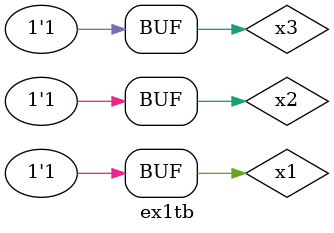
<source format=v>
`timescale 1ns/1ns
`include "ex1.v"

module ex1tb();
reg x1,x2,x3;
wire f;

ex1 ex(x1,x2,x3,f);
initial 
begin
    
    $dumpfile("ex1tb.vcd");
    $dumpvars(0,ex1tb);

    x1=1'b0; x2=1'b0; x3=1'b0;
    #20;

    x1=1'b0; x2=1'b0; x3=1'b1;
    #20;

    x1=1'b0; x2=1'b1; x3=1'b0;
    #20;

    x1=1'b0; x2=1'b1; x3=1'b1;
    #20;

    x1=1'b1; x2=1'b0; x3=1'b0;
    #20;

    x1=1'b1; x2=1'b0; x3=1'b1;
    #20;

    x1=1'b1; x2=1'b1; x3=1'b0;
    #20;

    x1=1'b1; x2=1'b1; x3=1'b1;
    #20;

    $display("Test complete");

end

endmodule

</source>
